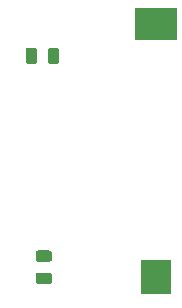
<source format=gbr>
G04 #@! TF.GenerationSoftware,KiCad,Pcbnew,5.99.0-unknown-r19130-2af6d01f*
G04 #@! TF.CreationDate,2020-08-04T10:25:42+02:00*
G04 #@! TF.ProjectId,ada-watch,6164612d-7761-4746-9368-2e6b69636164,rev?*
G04 #@! TF.SameCoordinates,Original*
G04 #@! TF.FileFunction,Paste,Bot*
G04 #@! TF.FilePolarity,Positive*
%FSLAX46Y46*%
G04 Gerber Fmt 4.6, Leading zero omitted, Abs format (unit mm)*
G04 Created by KiCad (PCBNEW 5.99.0-unknown-r19130-2af6d01f) date 2020-08-04 10:25:42*
%MOMM*%
%LPD*%
G01*
G04 APERTURE LIST*
%ADD10R,2.600000X3.000000*%
%ADD11R,3.600000X2.800000*%
G04 APERTURE END LIST*
D10*
X148844000Y-112681000D03*
D11*
X148844000Y-91281000D03*
G36*
G01*
X138862750Y-112337000D02*
X139775250Y-112337000D01*
G75*
G02*
X140019000Y-112580750I0J-243750D01*
G01*
X140019000Y-113068250D01*
G75*
G02*
X139775250Y-113312000I-243750J0D01*
G01*
X138862750Y-113312000D01*
G75*
G02*
X138619000Y-113068250I0J243750D01*
G01*
X138619000Y-112580750D01*
G75*
G02*
X138862750Y-112337000I243750J0D01*
G01*
G37*
G36*
G01*
X138862750Y-110462000D02*
X139775250Y-110462000D01*
G75*
G02*
X140019000Y-110705750I0J-243750D01*
G01*
X140019000Y-111193250D01*
G75*
G02*
X139775250Y-111437000I-243750J0D01*
G01*
X138862750Y-111437000D01*
G75*
G02*
X138619000Y-111193250I0J243750D01*
G01*
X138619000Y-110705750D01*
G75*
G02*
X138862750Y-110462000I243750J0D01*
G01*
G37*
G36*
G01*
X138742000Y-93523750D02*
X138742000Y-94436250D01*
G75*
G02*
X138498250Y-94680000I-243750J0D01*
G01*
X138010750Y-94680000D01*
G75*
G02*
X137767000Y-94436250I0J243750D01*
G01*
X137767000Y-93523750D01*
G75*
G02*
X138010750Y-93280000I243750J0D01*
G01*
X138498250Y-93280000D01*
G75*
G02*
X138742000Y-93523750I0J-243750D01*
G01*
G37*
G36*
G01*
X140617000Y-93523750D02*
X140617000Y-94436250D01*
G75*
G02*
X140373250Y-94680000I-243750J0D01*
G01*
X139885750Y-94680000D01*
G75*
G02*
X139642000Y-94436250I0J243750D01*
G01*
X139642000Y-93523750D01*
G75*
G02*
X139885750Y-93280000I243750J0D01*
G01*
X140373250Y-93280000D01*
G75*
G02*
X140617000Y-93523750I0J-243750D01*
G01*
G37*
M02*

</source>
